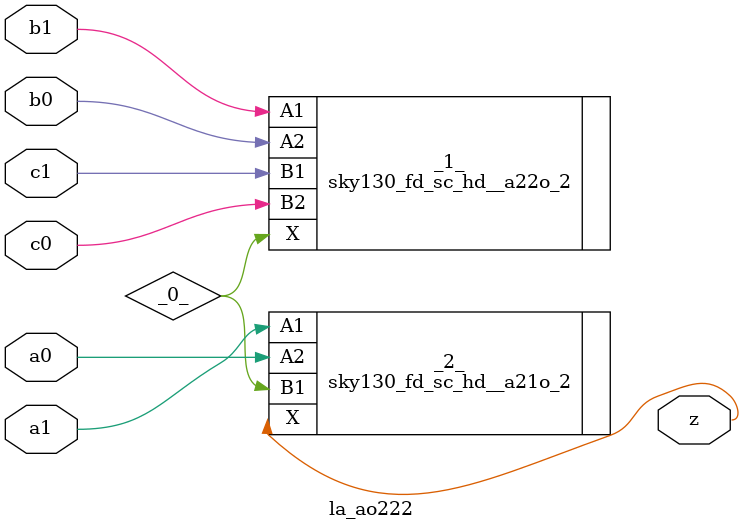
<source format=v>

module la_ao222(a0, a1, b0, b1, c0, c1, z);
  wire _0_;
  input a0;
  input a1;
  input b0;
  input b1;
  input c0;
  input c1;
  output z;
  sky130_fd_sc_hd__a22o_2 _1_ (
    .A1(b1),
    .A2(b0),
    .B1(c1),
    .B2(c0),
    .X(_0_)
  );
  sky130_fd_sc_hd__a21o_2 _2_ (
    .A1(a1),
    .A2(a0),
    .B1(_0_),
    .X(z)
  );
endmodule

</source>
